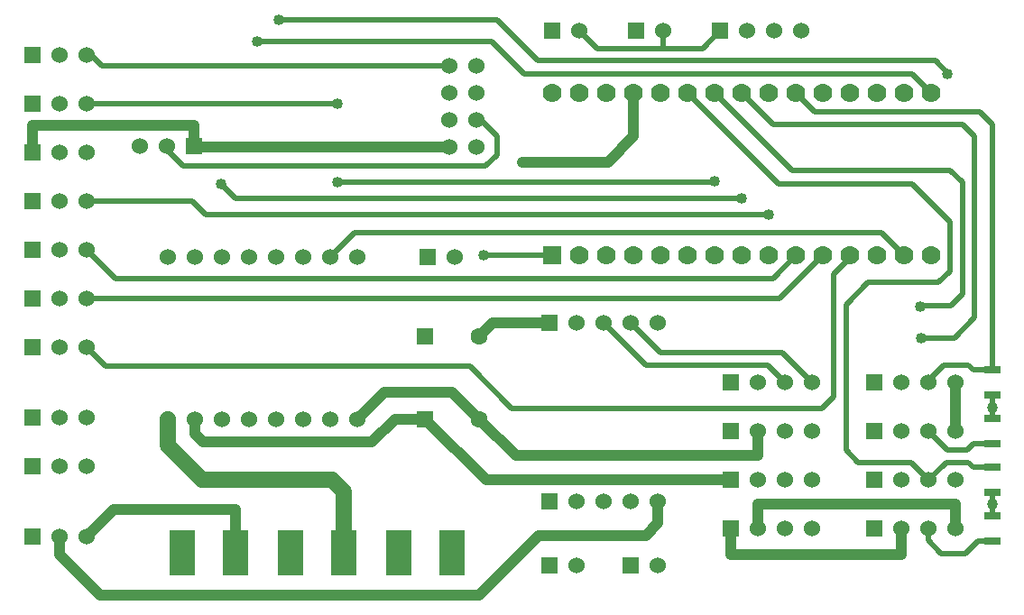
<source format=gtl>
G04 DipTrace 4.3.0.5*
G04 Gerber_TopLayer.GTL*
%MOIN*%
G04 #@! TF.FileFunction,Copper,L1,Top*
G04 #@! TF.Part,Single*
G04 #@! TA.AperFunction,ComponentPad*
%ADD14C,0.06*%
G04 #@! TA.AperFunction,Conductor*
%ADD15C,0.02*%
G04 #@! TA.AperFunction,ViaPad*
%ADD16C,0.04*%
G04 #@! TA.AperFunction,ComponentPad*
%ADD17C,0.062992*%
%ADD18R,0.062992X0.062992*%
%ADD20R,0.06X0.06*%
%ADD21C,0.06*%
%ADD22R,0.093699X0.168699*%
%ADD23R,0.059055X0.031496*%
G04 #@! TA.AperFunction,ComponentPad*
%ADD24R,0.07X0.07*%
%ADD25C,0.07*%
%FSLAX26Y26*%
G04*
G70*
G90*
G75*
G01*
G04 Top*
%LPD*%
X1083700Y1128700D2*
D14*
Y1030980D1*
X1210980Y903700D1*
X1690980D1*
X1733700Y860980D1*
Y633700D1*
X3163700Y903700D2*
D16*
X2258700D1*
X2033700Y1128700D1*
X1333700Y633700D2*
Y793700D1*
X883700D1*
X783700Y693700D1*
X1408700Y1043700D2*
X1213050D1*
X1183700Y1073050D1*
Y1128700D1*
X2033700D2*
X1924027D1*
X1838377Y1043050D1*
X1478700D1*
X1408700D1*
Y1043700D1*
X3163700Y723700D2*
Y628700D1*
X3793700D1*
Y723700D1*
X4128700Y1216949D2*
D15*
Y1172700D1*
Y1130451D1*
Y856949D2*
Y813700D1*
Y770451D1*
X1478700Y1043700D2*
D16*
Y1043050D1*
X2893700Y823700D2*
Y743700D1*
X2848700Y698700D1*
X2453700D1*
X2233700Y478700D1*
X833700D1*
X683700Y628700D1*
Y693700D1*
X2803700Y2333700D2*
Y2173700D1*
X2708700Y2078700D1*
X2453700D1*
X2393700D1*
X2453700D2*
D3*
X2223705Y2233700D2*
D15*
X2238700D1*
X2298700Y2173700D1*
Y2106130D1*
X2256270Y2063700D1*
X1138700D1*
X1078700Y2123700D1*
Y2138690D1*
X583700Y2113700D2*
D16*
Y2213700D1*
X1178700D1*
Y2138700D1*
X3263700Y1083700D2*
Y993700D1*
X2493700D1*
X2233700Y1433700D2*
X2283695Y1483695D1*
X2493700D1*
X3263700Y723700D2*
Y813700D1*
X3993700D1*
Y723700D1*
Y1083700D2*
Y1263700D1*
X2233700Y1128700D2*
X2133700Y1228700D1*
X1883700D1*
X1783700Y1128700D1*
X2493700Y993700D2*
X2368700D1*
X2233700Y1128700D1*
X2603700Y2563700D2*
D15*
X2668700Y2498700D1*
X2913700D1*
X3058700D1*
X3123700Y2563700D1*
X2913700D2*
Y2498700D1*
X1178700Y2138700D2*
D16*
X1183699Y2133700D1*
X2123705D1*
X1683700Y1728700D2*
D15*
X1773700Y1818700D1*
X3718700D1*
X3803700Y1733700D1*
X1708700Y2293700D2*
X783700D1*
X3103700Y2008700D2*
Y2003700D1*
X1708700D1*
X3203700Y1943708D2*
X1333692D1*
X1278700Y1998700D1*
X3303700Y1883700D2*
X1223739D1*
X1173739Y1933700D1*
X783700D1*
X3403700Y1733700D2*
X3318700Y1648700D1*
X888700D1*
X783700Y1753700D1*
Y1573700D2*
X3343700D1*
X3503700Y1733700D1*
X783700Y1393700D2*
X853700Y1323700D1*
X2198700D1*
X2353700Y1168700D1*
X3501273D1*
X3543700Y1211127D1*
Y1663700D1*
X3603700Y1723700D1*
Y1733700D1*
X2123705Y2433700D2*
X838700D1*
X798700Y2473700D1*
X783700D1*
X2503700Y1733700D2*
X2248700D1*
X3363700Y1263700D2*
X3298700Y1328700D1*
X2848695D1*
X2693700Y1483695D1*
X3103700Y2333700D2*
X3388700Y2048700D1*
X3973700D1*
X4018700Y2003700D1*
Y1591127D1*
X3976273Y1548700D1*
X3863700D1*
Y1543700D1*
X3463700Y1263700D2*
X3353700Y1373700D1*
X2903695D1*
X2793700Y1483695D1*
X3203700Y2333700D2*
X3318700Y2218700D1*
X4018700D1*
X4063700Y2173700D1*
Y1503700D1*
X3988700Y1428700D1*
X3866594D1*
X3893700Y1263700D2*
Y1270700D1*
X3951700Y1328700D1*
X4040451D1*
X4058700Y1310451D1*
X4128700D1*
Y2218700D1*
X4083700Y2263700D1*
X3473700D1*
X3403700Y2333700D1*
X3893700Y1083700D2*
X3963700Y1013700D1*
X4035451D1*
X4058700Y1036949D1*
X4128700D1*
X3003700Y2333700D2*
X3338692Y1998708D1*
X3833857D1*
X3973700Y1858865D1*
Y1676127D1*
X3931273Y1633700D1*
X3671270D1*
X3588700Y1551130D1*
Y1013700D1*
X3633700Y968700D1*
X3828700D1*
X3893700Y903700D1*
X3958700Y968700D1*
X4040451D1*
X4058700Y950451D1*
X4128700D1*
X3893700Y723700D2*
Y680575D1*
X3941575Y632700D1*
X4031700D1*
X4075949Y676949D1*
X4128700D1*
X1413700Y2523700D2*
X2278700D1*
X2398700Y2403700D1*
X3833700D1*
X3903700Y2333700D1*
X3963700Y2403700D2*
Y2408700D1*
X3918700Y2453700D1*
X2448700D1*
X2298700Y2603700D1*
X1493700D1*
D16*
X4128700Y1172700D3*
Y813700D3*
X1708700Y2293700D3*
Y2003700D3*
X3103700Y2008700D3*
X2248700Y1733700D3*
X2393700Y2078700D3*
X1478700Y1043700D3*
X2453700Y2078700D3*
X1408700Y1043700D3*
X2493700Y993700D3*
X1278700Y1998700D3*
X3203700Y1943708D3*
X3303700Y1883700D3*
X3863700Y1543700D3*
X3866594Y1428700D3*
X1413700Y2523700D3*
X1493700Y2603700D3*
X3963700Y2403700D3*
D17*
X2233700Y1433700D3*
D18*
X2033700Y1433694D3*
D17*
X2233700Y1128700D3*
D18*
X2033700D3*
D20*
X2043700Y1728700D3*
D14*
X2143700D3*
D20*
X2493700Y823700D3*
D21*
X2593700D3*
X2693700D3*
X2793700D3*
X2893700D3*
D20*
X2493700Y588700D3*
D14*
X2593700D3*
D20*
X2793700D3*
D14*
X2893700D3*
D20*
X3163700Y1263700D3*
D21*
X3263700D3*
X3363700D3*
X3463700D3*
D20*
X3163700Y1083700D3*
D21*
X3263700D3*
X3363700D3*
X3463700D3*
D20*
X3163700Y903700D3*
D21*
X3263700D3*
X3363700D3*
X3463700D3*
D20*
X3163700Y723700D3*
D21*
X3263700D3*
X3363700D3*
X3463700D3*
D20*
X3123700Y2563700D3*
D21*
X3223700D3*
X3323700D3*
X3423700D3*
D20*
X583700Y693700D3*
D21*
X683700D3*
X783700D3*
D20*
X2503700Y2563700D3*
D14*
X2603700D3*
D22*
X1333700Y633700D3*
X1137700D3*
X1733700D3*
X1537700D3*
X2133700D3*
X1937700D3*
D23*
X4128700Y1310451D3*
Y1216949D3*
Y1130451D3*
Y1036949D3*
Y950451D3*
Y856949D3*
Y770451D3*
Y676949D3*
D20*
X583700Y2473700D3*
D21*
X683700D3*
X783700D3*
D20*
X583700Y2293700D3*
D21*
X683700D3*
X783700D3*
D20*
X583700Y2113700D3*
D21*
X683700D3*
X783700D3*
D20*
X583700Y1933700D3*
D21*
X683700D3*
X783700D3*
D20*
X583700Y1753700D3*
D21*
X683700D3*
X783700D3*
D20*
X583700Y1573700D3*
D21*
X683700D3*
X783700D3*
D20*
X583700Y1393700D3*
D21*
X683700D3*
X783700D3*
D20*
X2813700Y2563700D3*
D14*
X2913700D3*
D20*
X583700Y1133700D3*
D21*
X683700D3*
X783700D3*
D20*
X583700Y953700D3*
D21*
X683700D3*
X783700D3*
D20*
X3693700Y1263700D3*
D21*
X3793700D3*
X3893700D3*
X3993700D3*
D20*
X3693700Y1083700D3*
D21*
X3793700D3*
X3893700D3*
X3993700D3*
D20*
X3693700Y903700D3*
D21*
X3793700D3*
X3893700D3*
X3993700D3*
D20*
X3693700Y723700D3*
D21*
X3793700D3*
X3893700D3*
X3993700D3*
D24*
X2503700Y1733700D3*
D25*
X2603700D3*
X2703700D3*
X2803700D3*
X2903700D3*
X3003700D3*
X3103700D3*
X3203700D3*
X3303700D3*
X3403700D3*
X3503700D3*
X3603700D3*
X3703700D3*
X3803700D3*
X3903700D3*
X2503700Y2333700D3*
X2603700D3*
X2703700D3*
X2803700D3*
X2903700D3*
X3003700D3*
X3103700D3*
X3203700D3*
X3303700D3*
X3403700D3*
X3503700D3*
X3603700D3*
X3703700D3*
X3803700D3*
X3903700D3*
D21*
X2123705Y2133700D3*
Y2233700D3*
Y2333700D3*
Y2433700D3*
X2223705D3*
Y2333700D3*
Y2233700D3*
Y2133700D3*
D20*
X1178700Y2138700D3*
D21*
X1078700Y2138690D3*
X978700Y2138680D3*
X1083700Y1128700D3*
X1183700D3*
X1283700D3*
X1383700D3*
X1483700D3*
X1583700D3*
X1683700D3*
X1783700D3*
Y1728700D3*
X1683700D3*
X1583700D3*
X1483700D3*
X1383700D3*
X1283700D3*
X1183700D3*
X1083700D3*
X2893700Y1483695D3*
X2793700D3*
X2693700D3*
X2593700D3*
D20*
X2493700D3*
M02*

</source>
